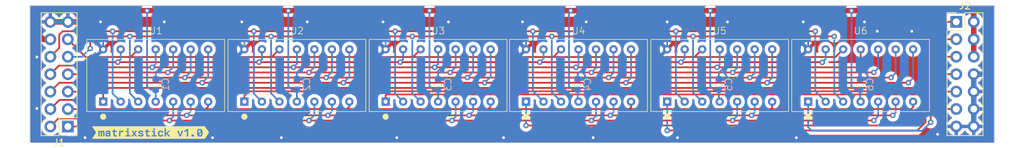
<source format=kicad_pcb>
(kicad_pcb (version 20221018) (generator pcbnew)
  (layers (0 "F.Cu" signal) (31 "B.Cu" signal) (34 "B.Paste" user) (35 "F.Paste" user) (36 "B.SilkS" user "B.Silkscreen") (37 "F.SilkS" user "F.Silkscreen") (38 "B.Mask" user) (39 "F.Mask" user) (44 "Edge.Cuts" user))
  (net 0 "")
  (net 1 "+5V")
  (net 2 "GND")
  (net 3 "/D0")
  (net 4 "/D1")
  (net 5 "/D2")
  (net 6 "/D3")
  (net 7 "/D4")
  (net 8 "/D5")
  (net 9 "/D6")
  (net 10 "/~{CLR}")
  (net 11 "/A0")
  (net 12 "/A1")
  (net 13 "/~{BL}")
  (net 14 "/~{WR1}")
  (net 15 "/~{WR2}")
  (net 16 "/~{WR3}")
  (net 17 "/~{WR4}")
  (net 18 "/~{WR5}")
  (net 19 "/~{WR6}")
  (footprint "sl-kicad-lib:SLX2016" (layer "F.Cu") (at 123.25 73.94)
    (fp_text reference "U3")
    (fp_text value "SLG2016")
  )
  (footprint "sl-kicad-lib:SLX2016" (layer "F.Cu") (at 82.25 73.94)
    (fp_text reference "U1")
    (fp_text value "SLG2016")
  )
  (footprint "Connector_PinHeader_2.54mm:PinHeader_2x07_P2.54mm_Vertical" (layer "F.Cu") (at 69.5 81.375 180)
    (fp_text reference "J1")
    (fp_text value "Conn_02x07_Odd_Even")
  )
  (footprint "sl-kicad-lib:SLX2016" (layer "F.Cu") (at 143.63 73.94)
    (fp_text reference "U4")
    (fp_text value "SLG2016")
  )
  (footprint "Connector_PinHeader_2.54mm:PinHeader_2x07_P2.54mm_Vertical" (layer "F.Cu") (at 198.46 66.125)
    (fp_text reference "J2")
    (fp_text value "Conn_02x07_Odd_Even")
  )
  (footprint "sl-kicad-lib:SLX2016" (layer "F.Cu") (at 102.75 73.94)
    (fp_text reference "U2")
    (fp_text value "SLG2016")
  )
  (footprint "sl-kicad-lib:SLX2016" (layer "F.Cu") (at 164.12 73.94)
    (fp_text reference "U5")
    (fp_text value "SLG2016")
  )
  (footprint "kibuzzard-668E653B" (layer "F.Cu") (at 81.5 82.25)
    (fp_text reference "kibuzzard-668E653B" hide)
    (fp_text value "G***" hide)
  )
  (footprint "sl-kicad-lib:SLX2016" (layer "F.Cu") (at 184.58 73.94)
    (fp_text reference "U6")
    (fp_text value "SLG2016")
  )
  (footprint "Capacitor_SMD:C_0603_1608Metric" (layer "B.Cu") (at 82.25 75.25 90)
    (fp_text reference "C1")
    (fp_text value "10uF")
  )
  (footprint "Capacitor_SMD:C_0603_1608Metric" (layer "B.Cu") (at 102.75 75.225 90)
    (fp_text reference "C2")
    (fp_text value "10uF")
  )
  (footprint "Capacitor_SMD:C_0603_1608Metric" (layer "B.Cu") (at 164 75.25 90)
    (fp_text reference "C5")
    (fp_text value "10uF")
  )
  (footprint "Capacitor_SMD:C_0603_1608Metric" (layer "B.Cu") (at 143.5 75.25 90)
    (fp_text reference "C4")
    (fp_text value "10uF")
  )
  (footprint "Capacitor_SMD:C_0603_1608Metric" (layer "B.Cu") (at 123.25 75.25 90)
    (fp_text reference "C3")
    (fp_text value "10uF")
  )
  (footprint "Capacitor_SMD:C_0603_1608Metric" (layer "B.Cu") (at 184.5 75.25 90)
    (fp_text reference "C6")
    (fp_text value "10uF")
  )
  (gr_rect locked (start 64 63.75) (end 204 83.75) (stroke (width 0.1)) (fill none) (layer "Edge.Cuts"))
  (segment (start 201 66.125) (end 201 64.922919) (width 0.8) (layer "F.Cu") (net 1))
  (segment (start 65.75 64.5) (end 65.25 65) (width 0.8) (layer "F.Cu") (net 1))
  (segment (start 65.925 68.675) (end 66.96 68.675) (width 0.8) (layer "F.Cu") (net 1))
  (segment (start 81 64.5) (end 65.75 64.5) (width 0.8) (layer "F.Cu") (net 1))
  (segment (start 200.577081 64.5) (end 183.25 64.5) (width 0.8) (layer "F.Cu") (net 1))
  (segment (start 65.25 68) (end 65.925 68.675) (width 0.8) (layer "F.Cu") (net 1))
  (segment (start 162.75 64.5) (end 142.5 64.5) (width 0.8) (layer "F.Cu") (net 1))
  (segment (start 101.5 64.5) (end 81 64.5) (width 0.8) (layer "F.Cu") (net 1))
  (segment (start 65.25 65) (end 65.25 68) (width 0.8) (layer "F.Cu") (net 1))
  (segment (start 183.25 64.5) (end 162.75 64.5) (width 0.8) (layer "F.Cu") (net 1))
  (segment (start 122 64.5) (end 101.5 64.5) (width 0.8) (layer "F.Cu") (net 1))
  (segment (start 201 71.205) (end 201 66.125) (width 0.8) (layer "F.Cu") (net 1))
  (segment (start 201 64.922919) (end 200.577081 64.5) (width 0.8) (layer "F.Cu") (net 1))
  (segment (start 142.5 64.5) (end 122 64.5) (width 0.8) (layer "F.Cu") (net 1))
  (via (at 162.75 64.5) (size 0.8) (drill 0.4) (layers "F.Cu" "B.Cu") (net 1))
  (via (at 183.25 64.5) (size 0.8) (drill 0.4) (layers "F.Cu" "B.Cu") (net 1))
  (via (at 101.5 64.5) (size 0.8) (drill 0.4) (layers "F.Cu" "B.Cu") (net 1))
  (via (at 122 64.5) (size 0.8) (drill 0.4) (layers "F.Cu" "B.Cu") (net 1))
  (via (at 142.5 64.5) (size 0.8) (drill 0.4) (layers "F.Cu" "B.Cu") (net 1))
  (via (at 81 64.5) (size 0.8) (drill 0.4) (layers "F.Cu" "B.Cu") (net 1))
  (segment (start 184.5 77.67) (end 184.58 77.75) (width 0.25) (layer "B.Cu") (net 1))
  (segment (start 122.525 76.025) (end 123.25 76.025) (width 0.25) (layer "B.Cu") (net 1))
  (segment (start 143.5 77.62) (end 143.63 77.75) (width 0.25) (layer "B.Cu") (net 1))
  (segment (start 81.525 76.025) (end 82.25 76.025) (width 0.25) (layer "B.Cu") (net 1))
  (segment (start 101.5 75.5) (end 102 76) (width 0.25) (layer "B.Cu") (net 1))
  (segment (start 162.75 64.5) (end 162.75 75.5) (width 0.25) (layer "B.Cu") (net 1))
  (segment (start 81 75.5) (end 81.525 76.025) (width 0.25) (layer "B.Cu") (net 1))
  (segment (start 164 75.775) (end 164 77.63) (width 0.25) (layer "B.Cu") (net 1))
  (segment (start 143.5 76.025) (end 143.5 77.62) (width 0.25) (layer "B.Cu") (net 1))
  (segment (start 122 64.5) (end 122 75.5) (width 0.25) (layer "B.Cu") (net 1))
  (segment (start 183.25 75.5) (end 183.775 76.025) (width 0.25) (layer "B.Cu") (net 1))
  (segment (start 101.5 64.5) (end 101.5 75.5) (width 0.25) (layer "B.Cu") (net 1))
  (segment (start 123.25 76.025) (end 123.25 77.75) (width 0.25) (layer "B.Cu") (net 1))
  (segment (start 142.775 76.025) (end 143.5 76.025) (width 0.25) (layer "B.Cu") (net 1))
  (segment (start 102.75 76) (end 102.75 77.75) (width 0.25) (layer "B.Cu") (net 1))
  (segment (start 164 77.63) (end 164.12 77.75) (width 0.25) (layer "B.Cu") (net 1))
  (segment (start 102 76) (end 102.75 76) (width 0.25) (layer "B.Cu") (net 1))
  (segment (start 82.25 76.025) (end 82.25 77.75) (width 0.25) (layer "B.Cu") (net 1))
  (segment (start 163.275 76.025) (end 164 76.025) (width 0.25) (layer "B.Cu") (net 1))
  (segment (start 122 75.5) (end 122.525 76.025) (width 0.25) (layer "B.Cu") (net 1))
  (segment (start 142.25 64.75) (end 142.25 75.5) (width 0.25) (layer "B.Cu") (net 1))
  (segment (start 184.5 76.025) (end 184.5 77.67) (width 0.25) (layer "B.Cu") (net 1))
  (segment (start 142.5 64.5) (end 142.25 64.75) (width 0.25) (layer "B.Cu") (net 1))
  (segment (start 183.25 64.5) (end 183.25 75.5) (width 0.25) (layer "B.Cu") (net 1))
  (segment (start 162.75 75.5) (end 163.275 76.025) (width 0.25) (layer "B.Cu") (net 1))
  (segment (start 142.25 75.5) (end 142.775 76.025) (width 0.25) (layer "B.Cu") (net 1))
  (segment (start 81 64.5) (end 81 75.5) (width 0.25) (layer "B.Cu") (net 1))
  (segment (start 183.775 76.025) (end 184.5 76.025) (width 0.25) (layer "B.Cu") (net 1))
  (segment (start 66.96 66.135) (end 69.5 66.135) (width 0.8) (layer "F.Cu") (net 2))
  (segment (start 176.25 66.135) (end 185.135 66.135) (width 0.8) (layer "F.Cu") (net 2))
  (segment (start 94.75 66.135) (end 115.25 66.135) (width 0.8) (layer "F.Cu") (net 2))
  (segment (start 74.25 66.135) (end 94.75 66.135) (width 0.8) (layer "F.Cu") (net 2))
  (segment (start 69.5 66.135) (end 74.25 66.135) (width 0.8) (layer "F.Cu") (net 2))
  (segment (start 165.25 66.135) (end 176.25 66.135) (width 0.8) (layer "F.Cu") (net 2))
  (segment (start 135.5 66.135) (end 144.75 66.135) (width 0.8) (layer "F.Cu") (net 2))
  (segment (start 156.5 66.135) (end 165.25 66.135) (width 0.8) (layer "F.Cu") (net 2))
  (segment (start 144.75 66.135) (end 156.5 66.135) (width 0.8) (layer "F.Cu") (net 2))
  (segment (start 124.75 66.135) (end 135.5 66.135) (width 0.8) (layer "F.Cu") (net 2))
  (segment (start 115.25 66.135) (end 124.75 66.135) (width 0.8) (layer "F.Cu") (net 2))
  (via (at 83.5 66.135) (size 0.8) (drill 0.4) (layers "F.Cu" "B.Cu") (net 2))
  (via (at 135.5 66.135) (size 0.8) (drill 0.4) (layers "F.Cu" "B.Cu") (net 2))
  (via (at 104.25 66.135) (size 0.8) (drill 0.4) (layers "F.Cu" "B.Cu") (net 2))
  (via (at 192 67.5) (size 0.8) (drill 0.4) (layers "F.Cu" "B.Cu") (net 2))
  (via (at 65 71.25) (size 0.8) (drill 0.4) (layers "F.Cu" "B.Cu") (net 2))
  (via (at 145.75 83) (size 0.8) (drill 0.4) (layers "F.Cu" "B.Cu") (net 2))
  (via (at 156.5 66.135) (size 0.8) (drill 0.4) (layers "F.Cu" "B.Cu") (net 2))
  (via (at 65 78.75) (size 0.8) (drill 0.4) (layers "F.Cu" "B.Cu") (net 2))
  (via (at 195.75 82.5) (size 0.8) (drill 0.4) (layers "F.Cu" "B.Cu") (net 2))
  (via (at 185.135 66.135) (size 0.8) (drill 0.4) (layers "F.Cu" "B.Cu") (net 2))
  (via (at 124.75 66.135) (size 0.8) (drill 0.4) (layers "F.Cu" "B.Cu") (net 2))
  (via (at 132.75 83) (size 0.8) (drill 0.4) (layers "F.Cu" "B.Cu") (net 2))
  (via (at 72 83) (size 0.8) (drill 0.4) (layers "F.Cu" "B.Cu") (net 2))
  (via (at 100.5 83) (size 0.8) (drill 0.4) (layers "F.Cu" "B.Cu") (net 2))
  (via (at 187 67.5) (size 0.8) (drill 0.4) (layers "F.Cu" "B.Cu") (net 2))
  (via (at 117.25 83) (size 0.8) (drill 0.4) (layers "F.Cu" "B.Cu") (net 2))
  (via (at 158 83) (size 0.8) (drill 0.4) (layers "F.Cu" "B.Cu") (net 2))
  (via (at 74.25 66.135) (size 0.8) (drill 0.4) (layers "F.Cu" "B.Cu") (net 2))
  (via (at 115.25 66.135) (size 0.8) (drill 0.4) (layers "F.Cu" "B.Cu") (net 2))
  (via (at 175.25 83) (size 0.8) (drill 0.4) (layers "F.Cu" "B.Cu") (net 2))
  (via (at 90.5 83) (size 0.8) (drill 0.4) (layers "F.Cu" "B.Cu") (net 2))
  (via (at 176.25 66.135) (size 0.8) (drill 0.4) (layers "F.Cu" "B.Cu") (net 2))
  (via (at 165.25 66.135) (size 0.8) (drill 0.4) (layers "F.Cu" "B.Cu") (net 2))
  (via (at 144.75 66.135) (size 0.8) (drill 0.4) (layers "F.Cu" "B.Cu") (net 2))
  (via (at 94.75 66.135) (size 0.8) (drill 0.4) (layers "F.Cu" "B.Cu") (net 2))
  (segment (start 143.5 74.475) (end 143.5 73.75) (width 0.25) (layer "B.Cu") (net 2))
  (segment (start 95.13 70.13) (end 95.13 66.515) (width 0.25) (layer "B.Cu") (net 2))
  (segment (start 115.63 70.13) (end 115.63 66.515) (width 0.25) (layer "B.Cu") (net 2))
  (segment (start 164 74.475) (end 164 73.5) (width 0.25) (layer "B.Cu") (net 2))
  (segment (start 123.25 73.275305) (end 124.75 71.775305) (width 0.25) (layer "B.Cu") (net 2))
  (segment (start 136.01 70.13) (end 136.01 66.645) (width 0.25) (layer "B.Cu") (net 2))
  (segment (start 104.25 72) (end 104.25 66.135) (width 0.25) (layer "B.Cu") (net 2))
  (segment (start 74.63 70.13) (end 74.63 66.515) (width 0.25) (layer "B.Cu") (net 2))
  (segment (start 143.5 73.75) (end 144.75 72.5) (width 0.25) (layer "B.Cu") (net 2))
  (segment (start 186.77 64.5) (end 185.135 66.135) (width 0.8) (layer "B.Cu") (net 2))
  (segment (start 184.5 73.5) (end 185.75 72.25) (width 0.25) (layer "B.Cu") (net 2))
  (segment (start 201 73.745) (end 201 81.365) (width 0.8) (layer "B.Cu") (net 2))
  (segment (start 165.25 72.275305) (end 165.25 66.135) (width 0.25) (layer "B.Cu") (net 2))
  (segment (start 123.25 74.475) (end 123.25 73.275305) (width 0.25) (layer "B.Cu") (net 2))
  (segment (start 202.25 64.5) (end 186.77 64.5) (width 0.8) (layer "B.Cu") (net 2))
  (segment (start 74.63 66.515) (end 74.25 66.135) (width 0.25) (layer "B.Cu") (net 2))
  (segment (start 185.75 72.25) (end 185.75 66.75) (width 0.25) (layer "B.Cu") (net 2))
  (segment (start 203 65.25) (end 202.25 64.5) (width 0.8) (layer "B.Cu") (net 2))
  (segment (start 102.75 73.5) (end 104.25 72) (width 0.25) (layer "B.Cu") (net 2))
  (segment (start 82.25 74.475) (end 82.25 73.5) (width 0.25) (layer "B.Cu") (net 2))
  (segment (start 124.75 71.775305) (end 124.75 66.135) (width 0.25) (layer "B.Cu") (net 2))
  (segment (start 115.63 66.515) (end 115.25 66.135) (width 0.25) (layer "B.Cu") (net 2))
  (segment (start 176.25 66.135) (end 176.96 66.845) (width 0.25) (layer "B.Cu") (net 2))
  (segment (start 202.505 73.745) (end 203 73.25) (width 0.8) (layer "B.Cu") (net 2))
  (segment (start 83.5 72.25) (end 83.5 66.135) (width 0.25) (layer "B.Cu") (net 2))
  (segment (start 164 73.5) (end 164.025 73.475) (width 0.25) (layer "B.Cu") (net 2))
  (segment (start 144.75 72.5) (end 144.75 66.135) (width 0.25) (layer "B.Cu") (net 2))
  (segment (start 164.025 73.475) (end 164.050305 73.475) (width 0.25) (layer "B.Cu") (net 2))
  (segment (start 201 73.745) (end 202.505 73.745) (width 0.8) (layer "B.Cu") (net 2))
  (segment (start 176.96 66.845) (end 176.96 70.13) (width 0.25) (layer "B.Cu") (net 2))
  (segment (start 82.25 73.5) (end 83.5 72.25) (width 0.25) (layer "B.Cu") (net 2))
  (segment (start 164.050305 73.475) (end 165.25 72.275305) (width 0.25) (layer "B.Cu") (net 2))
  (segment (start 95.13 66.515) (end 94.75 66.135) (width 0.25) (layer "B.Cu") (net 2))
  (segment (start 184.5 74.475) (end 184.5 73.5) (width 0.25) (layer "B.Cu") (net 2))
  (segment (start 185.75 66.75) (end 185.135 66.135) (width 0.25) (layer "B.Cu") (net 2))
  (segment (start 102.75 74.45) (end 102.75 73.5) (width 0.25) (layer "B.Cu") (net 2))
  (segment (start 203 73.25) (end 203 65.25) (width 0.8) (layer "B.Cu") (net 2))
  (segment (start 136.01 66.645) (end 135.5 66.135) (width 0.25) (layer "B.Cu") (net 2))
  (segment (start 156.5 70.13) (end 156.5 66.135) (width 0.25) (layer "B.Cu") (net 2))
  (segment (start 145.5 80.5) (end 166 80.5) (width 0.25) (layer "F.Cu") (net 3))
  (segment (start 72.5 80.5) (end 84.25 80.5) (width 0.25) (layer "F.Cu") (net 3))
  (segment (start 84.25 80.5) (end 104.5 80.5) (width 0.25) (layer "F.Cu") (net 3))
  (segment (start 71.625 81.375) (end 72.5 80.5) (width 0.25) (layer "F.Cu") (net 3))
  (segment (start 69.5 81.375) (end 71.625 81.375) (width 0.25) (layer "F.Cu") (net 3))
  (segment (start 104.5 80.5) (end 125.25 80.5) (width 0.25) (layer "F.Cu") (net 3))
  (segment (start 125.25 80.5) (end 145.5 80.5) (width 0.25) (layer "F.Cu") (net 3))
  (segment (start 166 80.5) (end 186.5 80.5) (width 0.25) (layer "F.Cu") (net 3))
  (via (at 84.25 80.5) (size 0.8) (drill 0.4) (layers "F.Cu" "B.Cu") (net 3))
  (via (at 166 80.5) (size 0.8) (drill 0.4) (layers "F.Cu" "B.Cu") (net 3))
  (via (at 125.25 80.5) (size 0.8) (drill 0.4) (layers "F.Cu" "B.Cu") (net 3))
  (via (at 104.5 80.5) (size 0.8) (drill 0.4) (layers "F.Cu" "B.Cu") (net 3))
  (via (at 145.5 80.5) (size 0.8) (drill 0.4) (layers "F.Cu" "B.Cu") (net 3))
  (via (at 186.5 80.5) (size 0.8) (drill 0.4) (layers "F.Cu" "B.Cu") (net 3))
  (segment (start 187.12 77.75) (end 187.12 79.88) (width 0.25) (layer "B.Cu") (net 3))
  (segment (start 105.29 77.75) (end 105.29 79.71) (width 0.25) (layer "B.Cu") (net 3))
  (segment (start 84.79 79.96) (end 84.25 80.5) (width 0.25) (layer "B.Cu") (net 3))
  (segment (start 125.79 77.75) (end 125.79 79.96) (width 0.25) (layer "B.Cu") (net 3))
  (segment (start 166.66 79.84) (end 166 80.5) (width 0.25) (layer "B.Cu") (net 3))
  (segment (start 187.12 79.88) (end 186.5 80.5) (width 0.25) (layer "B.Cu") (net 3))
  (segment (start 105.29 79.71) (end 104.5 80.5) (width 0.25) (layer "B.Cu") (net 3))
  (segment (start 146.17 77.75) (end 146.17 79.83) (width 0.25) (layer "B.Cu") (net 3))
  (segment (start 146.17 79.83) (end 145.5 80.5) (width 0.25) (layer "B.Cu") (net 3))
  (segment (start 125.79 79.96) (end 125.25 80.5) (width 0.25) (layer "B.Cu") (net 3))
  (segment (start 84.79 77.75) (end 84.79 79.96) (width 0.25) (layer "B.Cu") (net 3))
  (segment (start 166.66 77.75) (end 166.66 79.84) (width 0.25) (layer "B.Cu") (net 3))
  (segment (start 148.25 79.75) (end 168.75 79.75) (width 0.25) (layer "F.Cu") (net 4))
  (segment (start 86.75 79.75) (end 72.25 79.75) (width 0.25) (layer "F.Cu") (net 4))
  (segment (start 72.25 79.75) (end 71.8 80.2) (width 0.25) (layer "F.Cu") (net 4))
  (segment (start 107.25 79.75) (end 127.75 79.75) (width 0.25) (layer "F.Cu") (net 4))
  (segment (start 68.135 80.2) (end 66.96 81.375) (width 0.25) (layer "F.Cu") (net 4))
  (segment (start 127.75 79.75) (end 148.25 79.75) (width 0.25) (layer "F.Cu") (net 4))
  (segment (start 86.75 79.75) (end 107.25 79.75) (width 0.25) (layer "F.Cu") (net 4))
  (segment (start 71.8 80.2) (end 68.135 80.2) (width 0.25) (layer "F.Cu") (net 4))
  (segment (start 168.75 79.75) (end 189.25 79.75) (width 0.25) (layer "F.Cu") (net 4))
  (via (at 86.75 79.75) (size 0.8) (drill 0.4) (layers "F.Cu" "B.Cu") (net 4))
  (via (at 189.25 79.75) (size 0.8) (drill 0.4) (layers "F.Cu" "B.Cu") (net 4))
  (via (at 168.75 79.75) (size 0.8) (drill 0.4) (layers "F.Cu" "B.Cu") (net 4))
  (via (at 127.75 79.75) (size 0.8) (drill 0.4) (layers "F.Cu" "B.Cu") (net 4))
  (via (at 148.25 79.75) (size 0.8) (drill 0.4) (layers "F.Cu" "B.Cu") (net 4))
  (via (at 107.25 79.75) (size 0.8) (drill 0.4) (layers "F.Cu" "B.Cu") (net 4))
  (segment (start 169.2 77.75) (end 169.2 79.3) (width 0.25) (layer "B.Cu") (net 4))
  (segment (start 86.75 79.75) (end 87.33 79.17) (width 0.25) (layer "B.Cu") (net 4))
  (segment (start 189.66 79.34) (end 189.25 79.75) (width 0.25) (layer "B.Cu") (net 4))
  (segment (start 107.83 79.17) (end 107.25 79.75) (width 0.25) (layer "B.Cu") (net 4))
  (segment (start 107.83 77.75) (end 107.83 79.17) (width 0.25) (layer "B.Cu") (net 4))
  (segment (start 148.25 79.75) (end 148.71 79.29) (width 0.25) (layer "B.Cu") (net 4))
  (segment (start 128.33 79.17) (end 127.75 79.75) (width 0.25) (layer "B.Cu") (net 4))
  (segment (start 189.66 77.75) (end 189.66 79.34) (width 0.25) (layer "B.Cu") (net 4))
  (segment (start 148.71 79.29) (end 148.71 77.75) (width 0.25) (layer "B.Cu") (net 4))
  (segment (start 169.2 79.3) (end 168.75 79.75) (width 0.25) (layer "B.Cu") (net 4))
  (segment (start 128.33 77.75) (end 128.33 79.17) (width 0.25) (layer "B.Cu") (net 4))
  (segment (start 87.33 79.17) (end 87.33 77.75) (width 0.25) (layer "B.Cu") (net 4))
  (segment (start 151 78.835) (end 171.5 78.835) (width 0.25) (layer "F.Cu") (net 5))
  (segment (start 130.87 78.465) (end 130.5 78.835) (width 0.25) (layer "F.Cu") (net 5))
  (segment (start 151.25 78.585) (end 151 78.835) (width 0.25) (layer "F.Cu") (net 5))
  (segment (start 130.87 77.75) (end 130.87 78.465) (width 0.25) (layer "F.Cu") (net 5))
  (segment (start 151.25 77.75) (end 151.25 78.585) (width 0.25) (layer "F.Cu") (net 5))
  (segment (start 171.74 77.75) (end 171.74 78.595) (width 0.25) (layer "F.Cu") (net 5))
  (segment (start 110.37 78.465) (end 110 78.835) (width 0.25) (layer "F.Cu") (net 5))
  (segment (start 89.87 77.75) (end 89.87 78.465) (width 0.25) (layer "F.Cu") (net 5))
  (segment (start 191.915 78.835) (end 192.2 78.55) (width 0.25) (layer "F.Cu") (net 5))
  (segment (start 130.5 78.835) (end 151 78.835) (width 0.25) (layer "F.Cu") (net 5))
  (segment (start 171.74 78.595) (end 171.5 78.835) (width 0.25) (layer "F.Cu") (net 5))
  (segment (start 69.5 78.835) (end 89.5 78.835) (width 0.25) (layer "F.Cu") (net 5))
  (segment (start 192.2 78.55) (end 192.2 77.75) (width 0.25) (layer "F.Cu") (net 5))
  (segment (start 89.5 78.835) (end 110 78.835) (width 0.25) (layer "F.Cu") (net 5))
  (segment (start 110.37 77.75) (end 110.37 78.465) (width 0.25) (layer "F.Cu") (net 5))
  (segment (start 110 78.835) (end 130.5 78.835) (width 0.25) (layer "F.Cu") (net 5))
  (segment (start 171.5 78.835) (end 191.915 78.835) (width 0.25) (layer "F.Cu") (net 5))
  (segment (start 89.87 78.465) (end 89.5 78.835) (width 0.25) (layer "F.Cu") (net 5))
  (segment (start 109.5 75) (end 130 75) (width 0.25) (layer "F.Cu") (net 6))
  (segment (start 68.295 77.5) (end 71.75 77.5) (width 0.25) (layer "F.Cu") (net 6))
  (segment (start 130 75) (end 150.5 75) (width 0.25) (layer "F.Cu") (net 6))
  (segment (start 66.96 78.835) (end 68.295 77.5) (width 0.25) (layer "F.Cu") (net 6))
  (segment (start 89 75) (end 109.5 75) (width 0.25) (layer "F.Cu") (net 6))
  (segment (start 150.5 75) (end 171 75) (width 0.25) (layer "F.Cu") (net 6))
  (segment (start 74.25 75) (end 89 75) (width 0.25) (layer "F.Cu") (net 6))
  (segment (start 171 75) (end 191.5 75) (width 0.25) (layer "F.Cu") (net 6))
  (segment (start 71.75 77.5) (end 74.25 75) (width 0.25) (layer "F.Cu") (net 6))
  (via (at 191.5 75) (size 0.8) (drill 0.4) (layers "F.Cu" "B.Cu") (net 6))
  (via (at 130 75) (size 0.8) (drill 0.4) (layers "F.Cu" "B.Cu") (net 6))
  (via (at 171 75) (size 0.8) (drill 0.4) (layers "F.Cu" "B.Cu") (net 6))
  (via (at 89 75) (size 0.8) (drill 0.4) (layers "F.Cu" "B.Cu") (net 6))
  (via (at 109.5 75) (size 0.8) (drill 0.4) (layers "F.Cu" "B.Cu") (net 6))
  (via (at 150.5 75) (size 0.8) (drill 0.4) (layers "F.Cu" "B.Cu") (net 6))
  (segment (start 151.25 74.25) (end 150.5 75) (width 0.25) (layer "B.Cu") (net 6))
  (segment (start 192.2 74.3) (end 192.2 70.13) (width 0.25) (layer "B.Cu") (net 6))
  (segment (start 110.37 70.13) (end 110.37 74.13) (width 0.25) (layer "B.Cu") (net 6))
  (segment (start 151.25 70.13) (end 151.25 74.25) (width 0.25) (layer "B.Cu") (net 6))
  (segment (start 110.37 74.13) (end 109.5 75) (width 0.25) (layer "B.Cu") (net 6))
  (segment (start 89.87 74.13) (end 89 75) (width 0.25) (layer "B.Cu") (net 6))
  (segment (start 130.87 74.13) (end 130 75) (width 0.25) (layer "B.Cu") (net 6))
  (segment (start 191.5 75) (end 192.2 74.3) (width 0.25) (layer "B.Cu") (net 6))
  (segment (start 171.74 74.26) (end 171 75) (width 0.25) (layer "B.Cu") (net 6))
  (segment (start 130.87 70.13) (end 130.87 74.13) (width 0.25) (layer "B.Cu") (net 6))
  (segment (start 89.87 70.13) (end 89.87 74.13) (width 0.25) (layer "B.Cu") (net 6))
  (segment (start 171.74 70.13) (end 171.74 74.26) (width 0.25) (layer "B.Cu") (net 6))
  (segment (start 86.5 74.25) (end 107 74.25) (width 0.25) (layer "F.Cu") (net 7))
  (segment (start 107 74.25) (end 127.5 74.25) (width 0.25) (layer "F.Cu") (net 7))
  (segment (start 74.25 74.25) (end 86.5 74.25) (width 0.25) (layer "F.Cu") (net 7))
  (segment (start 127.5 74.25) (end 148 74.25) (width 0.25) (layer "F.Cu") (net 7))
  (segment (start 69.5 76.295) (end 72.205 76.295) (width 0.25) (layer "F.Cu") (net 7))
  (segment (start 72.205 76.295) (end 74.25 74.25) (width 0.25) (layer "F.Cu") (net 7))
  (segment (start 189 74.25) (end 168.5 74.25) (width 0.25) (layer "F.Cu") (net 7))
  (segment (start 148 74.25) (end 168.5 74.25) (width 0.25) (layer "F.Cu") (net 7))
  (via (at 148 74.25) (size 0.8) (drill 0.4) (layers "F.Cu" "B.Cu") (net 7))
  (via (at 189 74.25) (size 0.8) (drill 0.4) (layers "F.Cu" "B.Cu") (net 7))
  (via (at 86.5 74.25) (size 0.8) (drill 0.4) (layers "F.Cu" "B.Cu") (net 7))
  (via (at 168.5 74.25) (size 0.8) (drill 0.4) (layers "F.Cu" "B.Cu") (net 7))
  (via (at 107 74.25) (size 0.8) (drill 0.4) (layers "F.Cu" "B.Cu") (net 7))
  (via (at 127.5 74.25) (size 0.8) (drill 0.4) (layers "F.Cu" "B.Cu") (net 7))
  (segment (start 87.33 73.42) (end 86.5 74.25) (width 0.25) (layer "B.Cu") (net 7))
  (segment (start 87.33 70.13) (end 87.33 73.42) (width 0.25) (layer "B.Cu") (net 7))
  (segment (start 107.83 70.13) (end 107.83 73.42) (width 0.25) (layer "B.Cu") (net 7))
  (segment (start 189.66 73.59) (end 189 74.25) (width 0.25) (layer "B.Cu") (net 7))
  (segment (start 148.71 73.54) (end 148 74.25) (width 0.25) (layer "B.Cu") (net 7))
  (segment (start 148.71 70.13) (end 148.71 73.54) (width 0.25) (layer "B.Cu") (net 7))
  (segment (start 107.83 73.42) (end 107 74.25) (width 0.25) (layer "B.Cu") (net 7))
  (segment (start 169.2 73.55) (end 168.5 74.25) (width 0.25) (layer "B.Cu") (net 7))
  (segment (start 189.66 70.13) (end 189.66 73.59) (width 0.25) (layer "B.Cu") (net 7))
  (segment (start 128.33 70.13) (end 128.33 73.42) (width 0.25) (layer "B.Cu") (net 7))
  (segment (start 169.2 70.13) (end 169.2 73.55) (width 0.25) (layer "B.Cu") (net 7))
  (segment (start 128.33 73.42) (end 127.5 74.25) (width 0.25) (layer "B.Cu") (net 7))
  (segment (start 74.136396 73.5) (end 72.636396 75) (width 0.25) (layer "F.Cu") (net 8))
  (segment (start 104.5 73.5) (end 84 73.5) (width 0.25) (layer "F.Cu") (net 8))
  (segment (start 68.255 75) (end 66.96 76.295) (width 0.25) (layer "F.Cu") (net 8))
  (segment (start 145.5 73.5) (end 125 73.5) (width 0.25) (layer "F.Cu") (net 8))
  (segment (start 166 73.5) (end 145.5 73.5) (width 0.25) (layer "F.Cu") (net 8))
  (segment (start 84 73.5) (end 74.136396 73.5) (width 0.25) (layer "F.Cu") (net 8))
  (segment (start 125 73.5) (end 104.5 73.5) (width 0.25) (layer "F.Cu") (net 8))
  (segment (start 72.636396 75) (end 68.255 75) (width 0.25) (layer "F.Cu") (net 8))
  (segment (start 186.5 73.5) (end 166 73.5) (width 0.25) (layer "F.Cu") (net 8))
  (via (at 104.5 73.5) (size 0.8) (drill 0.4) (layers "F.Cu" "B.Cu") (net 8))
  (via (at 145.5 73.5) (size 0.8) (drill 0.4) (layers "F.Cu" "B.Cu") (net 8))
  (via (at 166 73.5) (size 0.8) (drill 0.4) (layers "F.Cu" "B.Cu") (net 8))
  (via (at 84 73.5) (size 0.8) (drill 0.4) (layers "F.Cu" "B.Cu") (net 8))
  (via (at 186.5 73.5) (size 0.8) (drill 0.4) (layers "F.Cu" "B.Cu") (net 8))
  (via (at 125 73.5) (size 0.8) (drill 0.4) (layers "F.Cu" "B.Cu") (net 8))
  (segment (start 166.66 70.13) (end 166.66 72.84) (width 0.25) (layer "B.Cu") (net 8))
  (segment (start 187.12 72.88) (end 186.5 73.5) (width 0.25) (layer "B.Cu") (net 8))
  (segment (start 146.17 70.13) (end 146.17 72.83) (width 0.25) (layer "B.Cu") (net 8))
  (segment (start 105.29 72.71) (end 104.5 73.5) (width 0.25) (layer "B.Cu") (net 8))
  (segment (start 105.29 70.13) (end 105.29 72.71) (width 0.25) (layer "B.Cu") (net 8))
  (segment (start 146.17 72.83) (end 145.5 73.5) (width 0.25) (layer "B.Cu") (net 8))
  (segment (start 187.12 71.25) (end 187.12 72.88) (width 0.25) (layer "B.Cu") (net 8))
  (segment (start 125.79 72.71) (end 125 73.5) (width 0.25) (layer "B.Cu") (net 8))
  (segment (start 125.79 70.13) (end 125.79 72.71) (width 0.25) (layer "B.Cu") (net 8))
  (segment (start 84.79 72.71) (end 84 73.5) (width 0.25) (layer "B.Cu") (net 8))
  (segment (start 84.79 70.13) (end 84.79 72.71) (width 0.25) (layer "B.Cu") (net 8))
  (segment (start 187.12 70.13) (end 187.12 71.25) (width 0.25) (layer "B.Cu") (net 8))
  (segment (start 166.66 72.84) (end 166 73.5) (width 0.25) (layer "B.Cu") (net 8))
  (segment (start 73.245 73.755) (end 69.5 73.755) (width 0.25) (layer "F.Cu") (net 9))
  (segment (start 122.75 72.75) (end 102.25 72.75) (width 0.25) (layer "F.Cu") (net 9))
  (segment (start 184.58 72.42) (end 184.25 72.75) (width 0.25) (layer "F.Cu") (net 9))
  (segment (start 184.58 70.13) (end 184.58 72.42) (width 0.25) (layer "F.Cu") (net 9))
  (segment (start 74.25 72.75) (end 73.245 73.755) (width 0.25) (layer "F.Cu") (net 9))
  (segment (start 163.75 72.75) (end 143.25 72.75) (width 0.25) (layer "F.Cu") (net 9))
  (segment (start 143.25 72.75) (end 122.75 72.75) (width 0.25) (layer "F.Cu") (net 9))
  (segment (start 81.75 72.75) (end 74.25 72.75) (width 0.25) (layer "F.Cu") (net 9))
  (segment (start 102.25 72.75) (end 81.75 72.75) (width 0.25) (layer "F.Cu") (net 9))
  (segment (start 184.25 72.75) (end 163.75 72.75) (width 0.25) (layer "F.Cu") (net 9))
  (via (at 163.75 72.75) (size 0.8) (drill 0.4) (layers "F.Cu" "B.Cu") (net 9))
  (via (at 143.25 72.75) (size 0.8) (drill 0.4) (layers "F.Cu" "B.Cu") (net 9))
  (via (at 102.25 72.75) (size 0.8) (drill 0.4) (layers "F.Cu" "B.Cu") (net 9))
  (via (at 81.75 72.75) (size 0.8) (drill 0.4) (layers "F.Cu" "B.Cu") (net 9))
  (via (at 122.75 72.75) (size 0.8) (drill 0.4) (layers "F.Cu" "B.Cu") (net 9))
  (segment (start 102.75 70.13) (end 102.75 72.25) (width 0.25) (layer "B.Cu") (net 9))
  (segment (start 164.12 72.38) (end 163.75 72.75) (width 0.25) (layer "B.Cu") (net 9))
  (segment (start 123.25 70.13) (end 123.25 72.25) (width 0.25) (layer "B.Cu") (net 9))
  (segment (start 82.25 70.13) (end 82.25 72.25) (width 0.25) (layer "B.Cu") (net 9))
  (segment (start 143.63 70.13) (end 143.63 72.37) (width 0.25) (layer "B.Cu") (net 9))
  (segment (start 123.25 72.25) (end 122.75 72.75) (width 0.25) (layer "B.Cu") (net 9))
  (segment (start 164.12 70.13) (end 164.12 72.38) (width 0.25) (layer "B.Cu") (net 9))
  (segment (start 102.75 72.25) (end 102.25 72.75) (width 0.25) (layer "B.Cu") (net 9))
  (segment (start 143.63 72.37) (end 143.25 72.75) (width 0.25) (layer "B.Cu") (net 9))
  (segment (start 82.25 72.25) (end 81.75 72.75) (width 0.25) (layer "B.Cu") (net 9))
  (segment (start 68.215 72.5) (end 73.5 72.5) (width 0.25) (layer "F.Cu") (net 10))
  (segment (start 66.96 73.755) (end 68.215 72.5) (width 0.25) (layer "F.Cu") (net 10))
  (segment (start 138 72) (end 178.9745 72) (width 0.25) (layer "F.Cu") (net 10))
  (segment (start 178.9745 72) (end 179 72.0255) (width 0.25) (layer "F.Cu") (net 10))
  (segment (start 76.75 72) (end 117.75 72) (width 0.25) (layer "F.Cu") (net 10))
  (segment (start 138 72) (end 117.75 72) (width 0.25) (layer "F.Cu") (net 10))
  (segment (start 73.5 72.5) (end 74 72) (width 0.25) (layer "F.Cu") (net 10))
  (segment (start 74 72) (end 76.75 72) (width 0.25) (layer "F.Cu") (net 10))
  (via (at 76.75 72) (size 0.8) (drill 0.4) (layers "F.Cu" "B.Cu") (net 10))
  (via (at 97.25 72) (size 0.8) (drill 0.4) (layers "F.Cu" "B.Cu") (net 10))
  (via (at 117.75 72) (size 0.8) (drill 0.4) (layers "F.Cu" "B.Cu") (net 10))
  (via (at 158.5 72) (size 0.8) (drill 0.4) (layers "F.Cu" "B.Cu") (net 10))
  (via (at 138 72) (size 0.8) (drill 0.4) (layers "F.Cu" "B.Cu") (net 10))
  (via (at 179 72.0255) (size 0.8) (drill 0.4) (layers "F.Cu" "B.Cu") (net 10))
  (segment (start 77.17 70.13) (end 77.17 71.58) (width 0.25) (layer "B.Cu") (net 10))
  (segment (start 118.17 71.58) (end 117.75 72) (width 0.25) (layer "B.Cu") (net 10))
  (segment (start 118.17 70.13) (end 118.17 71.58) (width 0.25) (layer "B.Cu") (net 10))
  (segment (start 138.55 71.45) (end 138.55 70.13) (width 0.25) (layer "B.Cu") (net 10))
  (segment (start 97.67 70.13) (end 97.67 71.58) (width 0.25) (layer "B.Cu") (net 10))
  (segment (start 159.04 70.13) (end 159.04 71.46) (width 0.25) (layer "B.Cu") (net 10))
  (segment (start 179 72.0255) (end 179.5 71.5255) (width 0.25) (layer "B.Cu") (net 10))
  (segment (start 77.17 71.58) (end 76.75 72) (width 0.25) (layer "B.Cu") (net 10))
  (segment (start 138 72) (end 138.55 71.45) (width 0.25) (layer "B.Cu") (net 10))
  (segment (start 97.67 71.58) (end 97.25 72) (width 0.25) (layer "B.Cu") (net 10))
  (segment (start 159.04 71.46) (end 158.5 72) (width 0.25) (layer "B.Cu") (net 10))
  (segment (start 179.5 71.5255) (end 179.5 70.13) (width 0.25) (layer "B.Cu") (net 10))
  (segment (start 139.75 68.25) (end 160.25 68.25) (width 0.25) (layer "F.Cu") (net 11))
  (segment (start 72.75 69) (end 73.5 68.25) (width 0.25) (layer "F.Cu") (net 11))
  (segment (start 119.5 68.25) (end 139.75 68.25) (width 0.25) (layer "F.Cu") (net 11))
  (segment (start 179 68.25) (end 180.75 68.25) (width 0.25) (layer "F.Cu") (net 11))
  (segment (start 73.5 68.25) (end 78.5 68.25) (width 0.25) (layer "F.Cu") (net 11))
  (segment (start 160.25 68.25) (end 179 68.25) (width 0.25) (layer "F.Cu") (net 11))
  (segment (start 78.5 68.25) (end 99 68.25) (width 0.25) (layer "F.Cu") (net 11))
  (segment (start 72.75 70) (end 72.75 69) (width 0.25) (layer "F.Cu") (net 11))
  (segment (start 99 68.25) (end 119.5 68.25) (width 0.25) (layer "F.Cu") (net 11))
  (via (at 139.75 68.25) (size 0.8) (drill 0.4) (layers "F.Cu" "B.Cu") (net 11))
  (via (at 78.5 68.25) (size 0.8) (drill 0.4) (layers "F.Cu" "B.Cu") (net 11))
  (via (at 99 68.25) (size 0.8) (drill 0.4) (layers "F.Cu" "B.Cu") (net 11))
  (via (at 119.5 68.25) (size 0.8) (drill 0.4) (layers "F.Cu" "B.Cu") (net 11))
  (via (at 160.25 68.25) (size 0.8) (drill 0.4) (layers "F.Cu" "B.Cu") (net 11))
  (via (at 72.75 70) (size 0.8) (drill 0.4) (layers "F.Cu" "B.Cu") (net 11))
  (via (at 180.75 68.25) (size 0.8) (drill 0.4) (layers "F.Cu" "B.Cu") (net 11))
  (segment (start 100.21 77.75) (end 99 76.54) (width 0.25) (layer "B.Cu") (net 11))
  (segment (start 79.71 77.75) (end 78.5 76.54) (width 0.25) (layer "B.Cu") (net 11))
  (segment (start 71.535 71.215) (end 72.75 70) (width 0.25) (layer "B.Cu") (net 11))
  (segment (start 160.25 76.42) (end 160.25 68.25) (width 0.25) (layer "B.Cu") (net 11))
  (segment (start 139.75 76.41) (end 139.75 68.25) (width 0.25) (layer "B.Cu") (net 11))
  (segment (start 69.5 71.215) (end 71.535 71.215) (width 0.25) (layer "B.Cu") (net 11))
  (segment (start 119.5 76.54) (end 119.5 68.25) (width 0.25) (layer "B.Cu") (net 11))
  (segment (start 180.75 76.46) (end 182.04 77.75) (width 0.25) (layer "B.Cu") (net 11))
  (segment (start 161.58 77.75) (end 160.25 76.42) (width 0.25) (layer "B.Cu") (net 11))
  (segment (start 78.5 76.54) (end 78.5 68.25) (width 0.25) (layer "B.Cu") (net 11))
  (segment (start 141.09 77.75) (end 139.75 76.41) (width 0.25) (layer "B.Cu") (net 11))
  (segment (start 180.75 68.25) (end 180.75 76.46) (width 0.25) (layer "B.Cu") (net 11))
  (segment (start 99 76.54) (end 99 68.25) (width 0.25) (layer "B.Cu") (net 11))
  (segment (start 120.71 77.75) (end 119.5 76.54) (width 0.25) (layer "B.Cu") (net 11))
  (segment (start 157.75 67.5) (end 178 67.5) (width 0.25) (layer "F.Cu") (net 12))
  (segment (start 68.25 68) (end 68.75 67.5) (width 0.25) (layer "F.Cu") (net 12))
  (segment (start 117 67.5) (end 137 67.5) (width 0.25) (layer "F.Cu") (net 12))
  (segment (start 66.96 71.215) (end 68.25 69.925) (width 0.25) (layer "F.Cu") (net 12))
  (segment (start 68.75 67.5) (end 76 67.5) (width 0.25) (layer "F.Cu") (net 12))
  (segment (start 76 67.5) (end 96.5 67.5) (width 0.25) (layer "F.Cu") (net 12))
  (segment (start 96.5 67.5) (end 117 67.5) (width 0.25) (layer "F.Cu") (net 12))
  (segment (start 137 67.5) (end 157.75 67.5) (width 0.25) (layer "F.Cu") (net 12))
  (segment (start 68.25 69.925) (end 68.25 68) (width 0.25) (layer "F.Cu") (net 12))
  (via (at 76 67.5) (size 0.8) (drill 0.4) (layers "F.Cu" "B.Cu") (net 12))
  (via (at 137 67.5) (size 0.8) (drill 0.4) (layers "F.Cu" "B.Cu") (net 12))
  (via (at 178 67.5) (size 0.8) (drill 0.4) (layers "F.Cu" "B.Cu") (net 12))
  (via (at 117 67.5) (size 0.8) (drill 0.4) (layers "F.Cu" "B.Cu") (net 12))
  (via (at 96.5 67.5) (size 0.8) (drill 0.4) (layers "F.Cu" "B.Cu") (net 12))
  (via (at 157.75 67.5) (size 0.8) (drill 0.4) (layers "F.Cu" "B.Cu") (net 12))
  (segment (start 157.75 76.46) (end 157.75 67.5) (width 0.25) (layer "B.Cu") (net 12))
  (segment (start 96.5 76.58) (end 96.5 67.5) (width 0.25) (layer "B.Cu") (net 12))
  (segment (start 137 76.2) (end 137 67.5) (width 0.25) (layer "B.Cu") (net 12))
  (segment (start 117 76.58) (end 117 67.5) (width 0.25) (layer "B.Cu") (net 12))
  (segment (start 138.55 77.75) (end 137 76.2) (width 0.25) (layer "B.Cu") (net 12))
  (segment (start 178 76.25) (end 179.5 77.75) (width 0.25) (layer "B.Cu") (net 12))
  (segment (start 159.04 77.75) (end 157.75 76.46) (width 0.25) (layer "B.Cu") (net 12))
  (segment (start 118.17 77.75) (end 117 76.58) (width 0.25) (layer "B.Cu") (net 12))
  (segment (start 76 76.58) (end 76 67.5) (width 0.25) (layer "B.Cu") (net 12))
  (segment (start 178 67.5) (end 178 76.25) (width 0.25) (layer "B.Cu") (net 12))
  (segment (start 97.67 77.75) (end 96.5 76.58) (width 0.25) (layer "B.Cu") (net 12))
  (segment (start 77.17 77.75) (end 76 76.58) (width 0.25) (layer "B.Cu") (net 12))
  (segment (start 72.075 71.25) (end 78.25 71.25) (width 0.25) (layer "F.Cu") (net 13))
  (segment (start 119.25 71.25) (end 139.5 71.25) (width 0.25) (layer "F.Cu") (net 13))
  (segment (start 99.09 71.25) (end 98.75 71.25) (width 0.25) (layer "F.Cu") (net 13))
  (segment (start 180.92 71.25) (end 182.04 70.13) (width 0.25) (layer "F.Cu") (net 13))
  (segment (start 161.58 70.13) (end 160.46 71.25) (width 0.25) (layer "F.Cu") (net 13))
  (segment (start 100.21 70.13) (end 99.09 71.25) (width 0.25) (layer "F.Cu") (net 13))
  (segment (start 160 71.25) (end 180.92 71.25) (width 0.25) (layer "F.Cu") (net 13))
  (segment (start 139.5 71.25) (end 160 71.25) (width 0.25) (layer "F.Cu") (net 13))
  (segment (start 141.09 70.13) (end 139.97 71.25) (width 0.25) (layer "F.Cu") (net 13))
  (segment (start 120.71 70.13) (end 119.59 71.25) (width 0.25) (layer "F.Cu") (net 13))
  (segment (start 139.97 71.25) (end 139.5 71.25) (width 0.25) (layer "F.Cu") (net 13))
  (segment (start 78.59 71.25) (end 78.25 71.25) (width 0.25) (layer "F.Cu") (net 13))
  (segment (start 79.71 70.13) (end 78.59 71.25) (width 0.25) (layer "F.Cu") (net 13))
  (segment (start 98.75 71.25) (end 119.25 71.25) (width 0.25) (layer "F.Cu") (net 13))
  (segment (start 119.59 71.25) (end 119.25 71.25) (width 0.25) (layer "F.Cu") (net 13))
  (segment (start 78.25 71.25) (end 98.75 71.25) (width 0.25) (layer "F.Cu") (net 13))
  (segment (start 69.5 68.675) (end 72.075 71.25) (width 0.25) (layer "F.Cu") (net 13))
  (segment (start 193.5 67.25) (end 194.625 66.125) (width 0.25) (layer "F.Cu") (net 14))
  (segment (start 193.5 75) (end 193.5 67.25) (width 0.25) (layer "F.Cu") (net 14))
  (segment (start 75.5 75.75) (end 192.75 75.75) (width 0.25) (layer "F.Cu") (net 14))
  (segment (start 74.63 77.75) (end 74.63 76.62) (width 0.25) (layer "F.Cu") (net 14))
  (segment (start 74.63 76.62) (end 75.5 75.75) (width 0.25) (layer "F.Cu") (net 14))
  (segment (start 192.75 75.75) (end 193.5 75) (width 0.25) (layer "F.Cu") (net 14))
  (segment (start 194.625 66.125) (end 198.225 66.125) (width 0.25) (layer "F.Cu") (net 14))
  (segment (start 194 75.25) (end 194 69.25) (width 0.25) (layer "F.Cu") (net 15))
  (segment (start 194 69.25) (end 194.585 68.665) (width 0.25) (layer "F.Cu") (net 15))
  (segment (start 95.13 77.75) (end 95.13 76.87) (width 0.25) (layer "F.Cu") (net 15))
  (segment (start 194.585 68.665) (end 198.225 68.665) (width 0.25) (layer "F.Cu") (net 15))
  (segment (start 95.13 76.87) (end 95.75 76.25) (width 0.25) (layer "F.Cu") (net 15))
  (segment (start 95.75 76.25) (end 193 76.25) (width 0.25) (layer "F.Cu") (net 15))
  (segment (start 193 76.25) (end 194 75.25) (width 0.25) (layer "F.Cu") (net 15))
  (segment (start 193.3 76.7) (end 194.5 75.5) (width 0.25) (layer "F.Cu") (net 16))
  (segment (start 194.5 75.5) (end 194.5 72.25) (width 0.25) (layer "F.Cu") (net 16))
  (segment (start 115.63 76.87) (end 115.8 76.7) (width 0.25) (layer "F.Cu") (net 16))
  (segment (start 115.8 76.7) (end 193.3 76.7) (width 0.25) (layer "F.Cu") (net 16))
  (segment (start 115.63 77.75) (end 115.63 76.87) (width 0.25) (layer "F.Cu") (net 16))
  (segment (start 194.5 72.25) (end 195.545 71.205) (width 0.25) (layer "F.Cu") (net 16))
  (segment (start 195.545 71.205) (end 198.225 71.205) (width 0.25) (layer "F.Cu") (net 16))
  (segment (start 193.5 80.5) (end 192.7755 81.2245) (width 0.25) (layer "F.Cu") (net 17))
  (segment (start 193.5 77.25) (end 193.5 80.5) (width 0.25) (layer "F.Cu") (net 17))
  (segment (start 192.7755 81.2245) (end 136 81.2245) (width 0.25) (layer "F.Cu") (net 17))
  (segment (start 195 74.25) (end 195 75.75) (width 0.25) (layer "F.Cu") (net 17))
  (segment (start 198.345 73.745) (end 195.505 73.745) (width 0.25) (layer "F.Cu") (net 17))
  (segment (start 195.505 73.745) (end 195 74.25) (width 0.25) (layer "F.Cu") (net 17))
  (segment (start 195 75.75) (end 193.5 77.25) (width 0.25) (layer "F.Cu") (net 17))
  (via (at 136 81.2245) (size 0.8) (drill 0.4) (layers "F.Cu" "B.Cu") (net 17))
  (segment (start 136.01 77.75) (end 136.01 81.2145) (width 0.25) (layer "B.Cu") (net 17))
  (segment (start 136.01 81.2145) (end 136 81.2245) (width 0.25) (layer "B.Cu") (net 17))
  (segment (start 156.5 81.949) (end 192.801 81.949) (width 0.25) (layer "F.Cu") (net 18))
  (segment (start 194 80.75) (end 194 77.386396) (width 0.25) (layer "F.Cu") (net 18))
  (segment (start 194 77.386396) (end 195.101396 76.285) (width 0.25) (layer "F.Cu") (net 18))
  (segment (start 195.101396 76.285) (end 198.225 76.285) (width 0.25) (layer "F.Cu") (net 18))
  (segment (start 192.801 81.949) (end 194 80.75) (width 0.25) (layer "F.Cu") (net 18))
  (via (at 156.5 81.949) (size 0.8) (drill 0.4) (layers "F.Cu" "B.Cu") (net 18))
  (segment (start 156.5 77.75) (end 156.5 81.949) (width 0.25) (layer "B.Cu") (net 18))
  (segment (start 194.75 80.75) (end 194.75 79.75) (width 0.25) (layer "F.Cu") (net 19))
  (segment (start 195.675 78.825) (end 198.225 78.825) (width 0.25) (layer "F.Cu") (net 19))
  (segment (start 194.75 79.75) (end 195.675 78.825) (width 0.25) (layer "F.Cu") (net 19))
  (via (at 194.75 80.75) (size 0.8) (drill 0.4) (layers "F.Cu" "B.Cu") (net 19))
  (segment (start 176.96 81.46) (end 177.5 82) (width 0.25) (layer "B.Cu") (net 19))
  (segment (start 193.5 82) (end 194.75 80.75) (width 0.25) (layer "B.Cu") (net 19))
  (segment (start 176.96 77.75) (end 176.96 81.46) (width 0.25) (layer "B.Cu") (net 19))
  (segment (start 177.5 82) (end 193.5 82) (width 0.25) (layer "B.Cu") (net 19))
  (zone (net 2) (net_name "GND") (layers "F&B.Cu") (name "GND_All") (connect_pads (clearance 0.5)) (min_thickness 0.25) (fill yes (thermal_gap 0.5) (thermal_bridge_width 0.5))
    (polygon (pts (xy 63.5 63.25) (xy 204.5 63.25) (xy 204.5 84.25) (xy 63.5 84.25)))
  )
)
</source>
